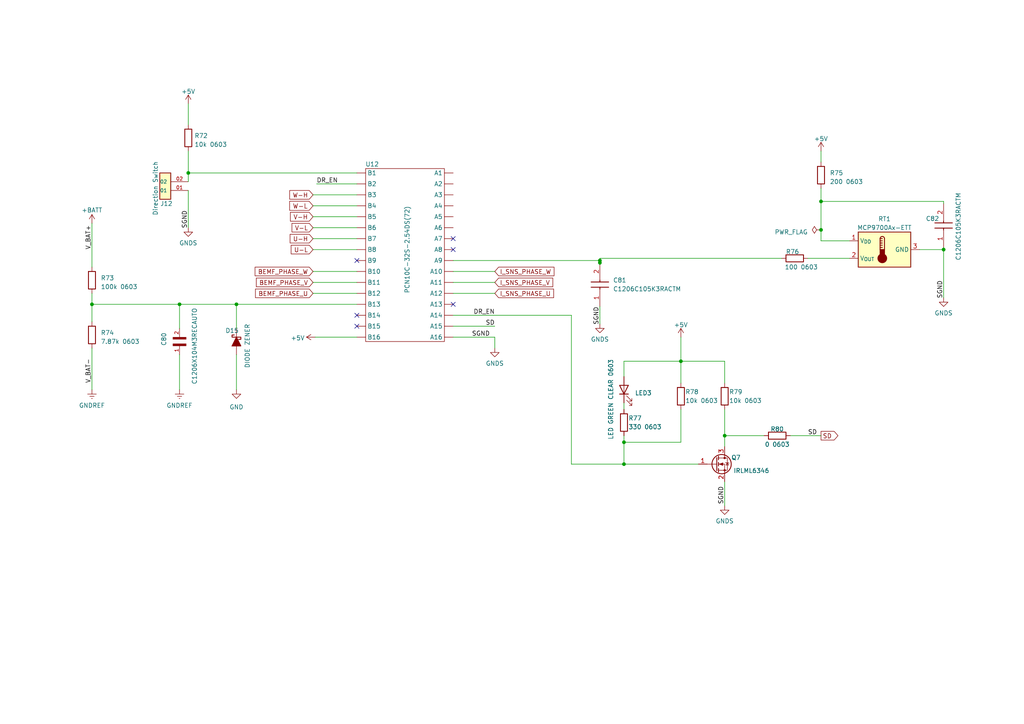
<source format=kicad_sch>
(kicad_sch (version 20231120) (generator "eeschema") (generator_version "8.0")
  (paper "A4")
  (lib_symbols
    (symbol "C1206C105K3RACTM:C1206C105K3RACTM" (pin_names hide)
      (property "Reference" "C" (at 8.89 6.35 0))
      (property "Value" "C1206C105K3RACTM" (at 8.89 3.81 0))
      (symbol "C1206C105K3RACTM_1_1"
        (polyline (pts (xy 5.08 0) (xy 5.588 0)) (stroke (width 0.254)))
        (polyline (pts (xy 5.588 2.54) (xy 5.588 -2.54)) (stroke (width 0.254)))
        (polyline (pts (xy 7.112 0) (xy 7.62 0)) (stroke (width 0.254)))
        (polyline (pts (xy 7.112 2.54) (xy 7.112 -2.54)) (stroke (width 0.254)))
        (pin passive line (at 0 0 0) (length 5.08) (name "1") (number "1"))
        (pin passive line (at 12.7 0 180) (length 5.08) (name "2") (number "2"))
      )
    )
    (symbol "C1206X104M3RECAUTO:C1206X104M3RECAUTO" (pin_names (offset 1.016))
      (property "Reference" "C" (at 0 3.8109 0))
      (property "Value" "C1206X104M3RECAUTO" (at 0 -5.0885 0))
      (symbol "C1206X104M3RECAUTO_0_0"
        (rectangle (start 0 -1.9069) (end 0.635 1.905) (stroke (width 0.1)) (fill (type outline)))
        (rectangle (start 1.9069 -1.9069) (end 2.54 1.905) (stroke (width 0.1)) (fill (type outline)))
        (pin passive line (at -2.54 0 0) (length 2.54) (name "~") (number "1"))
        (pin passive line (at 5.08 0 180) (length 2.54) (name "~") (number "2"))
      )
    )
    (symbol "Device:D_Schottky_Filled" (pin_numbers hide) (pin_names (offset 1.016) hide)
      (property "Reference" "D" (at 0 2.54 0))
      (property "Value" "D_Schottky_Filled" (at 0 -2.54 0))
      (symbol "D_Schottky_Filled_0_1"
        (polyline (pts (xy 1.27 0) (xy -1.27 0)))
        (polyline (pts (xy 1.27 1.27) (xy 1.27 -1.27) (xy -1.27 0) (xy 1.27 1.27)) (stroke (width 0.254)) (fill (type outline)))
        (polyline (pts (xy -1.905 0.635) (xy -1.905 1.27) (xy -1.27 1.27) (xy -1.27 -1.27) (xy -0.635 -1.27) (xy -0.635 -0.635)) (stroke (width 0.254)))
      )
      (symbol "D_Schottky_Filled_1_1"
        (pin passive line (at -3.81 0 0) (length 2.54) (name "K") (number "1"))
        (pin passive line (at 3.81 0 180) (length 2.54) (name "A") (number "2"))
      )
    )
    (symbol "Device:LED" (pin_numbers hide) (pin_names (offset 1.016) hide)
      (property "Reference" "D" (at 0 2.54 0))
      (property "Value" "LED" (at 0 -2.54 0))
      (symbol "LED_0_1"
        (polyline (pts (xy -1.27 -1.27) (xy -1.27 1.27)) (stroke (width 0.254)))
        (polyline (pts (xy -1.27 0) (xy 1.27 0)))
        (polyline (pts (xy 1.27 -1.27) (xy 1.27 1.27) (xy -1.27 0) (xy 1.27 -1.27)) (stroke (width 0.254)))
        (polyline (pts (xy -3.048 -0.762) (xy -4.572 -2.286) (xy -3.81 -2.286) (xy -4.572 -2.286) (xy -4.572 -1.524)))
        (polyline (pts (xy -1.778 -0.762) (xy -3.302 -2.286) (xy -2.54 -2.286) (xy -3.302 -2.286) (xy -3.302 -1.524)))
      )
      (symbol "LED_1_1"
        (pin passive line (at -3.81 0 0) (length 2.54) (name "K") (number "1"))
        (pin passive line (at 3.81 0 180) (length 2.54) (name "A") (number "2"))
      )
    )
    (symbol "Device:R" (pin_numbers hide) (pin_names (offset 0))
      (property "Reference" "R" (at 2.032 0 90))
      (property "Value" "R" (at 0 0 90))
      (symbol "R_0_1"
        (rectangle (start -1.016 -2.54) (end 1.016 2.54) (stroke (width 0.254)))
      )
      (symbol "R_1_1"
        (pin passive line (at 0 3.81 270) (length 1.27) (name "~") (number "1"))
        (pin passive line (at 0 -3.81 90) (length 1.27) (name "~") (number "2"))
      )
    )
    (symbol "PCN10C-32S-2:PCN10C-32S-2.54DS(72)"
      (property "Reference" "U?" (at -9.525 26.035 0))
      (property "Value" "PCN10C-32S-2.54DS(72)" (at 0.889 4.699 90))
      (symbol "PCN10C-32S-2.54DS(72)_0_1"
        (rectangle (start -11.43 24.765) (end 11.43 -25.4))
      )
      (symbol "PCN10C-32S-2.54DS(72)_1_1"
        (pin passive line (at 13.97 23.495 180) (length 2.54) (name "A1") (number ""))
        (pin passive line (at 13.97 -5.08 180) (length 2.54) (name "A10") (number ""))
        (pin passive line (at 13.97 -8.255 180) (length 2.54) (name "A11") (number ""))
        (pin passive line (at 13.97 -11.43 180) (length 2.54) (name "A12") (number ""))
        (pin passive line (at 13.97 -14.605 180) (length 2.54) (name "A13") (number ""))
        (pin passive line (at 13.97 -17.78 180) (length 2.54) (name "A14") (number ""))
        (pin passive line (at 13.97 -20.955 180) (length 2.54) (name "A15") (number ""))
        (pin passive line (at 13.97 -24.13 180) (length 2.54) (name "A16") (number ""))
        (pin passive line (at 13.97 20.32 180) (length 2.54) (name "A2") (number ""))
        (pin passive line (at 13.97 17.145 180) (length 2.54) (name "A3") (number ""))
        (pin passive line (at 13.97 13.97 180) (length 2.54) (name "A4") (number ""))
        (pin passive line (at 13.97 10.795 180) (length 2.54) (name "A5") (number ""))
        (pin passive line (at 13.97 7.62 180) (length 2.54) (name "A6") (number ""))
        (pin passive line (at 13.97 4.445 180) (length 2.54) (name "A7") (number ""))
        (pin passive line (at 13.97 1.27 180) (length 2.54) (name "A8") (number ""))
        (pin passive line (at 13.97 -1.905 180) (length 2.54) (name "A9") (number ""))
        (pin passive line (at -13.97 23.495 0) (length 2.54) (name "B1") (number ""))
        (pin passive line (at -13.97 -5.08 0) (length 2.54) (name "B10") (number ""))
        (pin passive line (at -13.97 -8.255 0) (length 2.54) (name "B11") (number ""))
        (pin passive line (at -13.97 -11.43 0) (length 2.54) (name "B12") (number ""))
        (pin passive line (at -13.97 -14.605 0) (length 2.54) (name "B13") (number ""))
        (pin passive line (at -13.97 -17.78 0) (length 2.54) (name "B14") (number ""))
        (pin passive line (at -13.97 -20.955 0) (length 2.54) (name "B15") (number ""))
        (pin passive line (at -13.97 -24.13 0) (length 2.54) (name "B16") (number ""))
        (pin passive line (at -13.97 20.32 0) (length 2.54) (name "B2") (number ""))
        (pin passive line (at -13.97 17.145 0) (length 2.54) (name "B3") (number ""))
        (pin passive line (at -13.97 13.97 0) (length 2.54) (name "B4") (number ""))
        (pin passive line (at -13.97 10.795 0) (length 2.54) (name "B5") (number ""))
        (pin passive line (at -13.97 7.62 0) (length 2.54) (name "B6") (number ""))
        (pin passive line (at -13.97 4.445 0) (length 2.54) (name "B7") (number ""))
        (pin passive line (at -13.97 1.27 0) (length 2.54) (name "B8") (number ""))
        (pin passive line (at -13.97 -1.905 0) (length 2.54) (name "B9") (number ""))
      )
    )
    (symbol "Sensor_Temperature:MCP9700Ax-ETT"
      (property "Reference" "U?" (at -5.08 6.35 0))
      (property "Value" "MCP9700Ax-ETT" (at 7.62 -6.35 0))
      (symbol "MCP9700Ax-ETT_0_1"
        (rectangle (start -7.62 5.08) (end 7.62 -5.08) (stroke (width 0.254)) (fill (type background)))
        (rectangle (start -1.27 0) (end 0 -1.905) (stroke (width 0.254)) (fill (type outline)))
        (circle (center -0.635 -2.54) (radius 1.27) (stroke (width 0.254)) (fill (type outline)))
        (polyline (pts (xy -1.27 0.635) (xy -0.635 0.635)) (stroke (width 0.254)))
        (polyline (pts (xy -1.27 1.27) (xy -0.635 1.27)) (stroke (width 0.254)))
        (polyline (pts (xy -1.27 1.905) (xy -0.635 1.905)) (stroke (width 0.254)))
        (polyline (pts (xy -1.27 2.54) (xy -0.635 2.54)) (stroke (width 0.254)))
        (polyline (pts (xy -1.27 3.175) (xy -1.27 0)) (stroke (width 0.254)))
        (polyline (pts (xy -1.27 3.175) (xy -0.635 3.175)) (stroke (width 0.254)))
        (polyline (pts (xy 0 3.175) (xy 0 0)) (stroke (width 0.254)))
        (arc (start 0 3.175) (mid -0.635 3.8073) (end -1.27 3.175) (stroke (width 0.254)))
      )
      (symbol "MCP9700Ax-ETT_1_1"
        (pin power_in line (at -10.16 2.54 0) (length 2.54) (name "V_{DD}") (number "1"))
        (pin output line (at -10.16 -2.54 0) (length 2.54) (name "V_{OUT}") (number "2"))
        (pin power_in line (at 10.16 0 180) (length 2.54) (name "GND") (number "3"))
      )
    )
    (symbol "TSW-102-08-L-S:TSW-102-08-L-S" (pin_names (offset 1.016))
      (property "Reference" "J?" (at 0 6.35 0))
      (property "Value" "TSW-102-08-L-S" (at 0 3.81 0))
      (symbol "TSW-102-08-L-S_0_0"
        (rectangle (start -7.62 5.08) (end -4.445 -2.54) (stroke (width 0.254)) (fill (type background)))
        (pin passive line (at -12.7 2.54 0) (length 5.08) (name "01") (number "01"))
        (pin passive line (at -12.7 0 0) (length 5.08) (name "02") (number "02"))
      )
    )
    (symbol "Transistor_FET:IRLML0030" (pin_names hide)
      (property "Reference" "Q" (at 5.08 1.905 0))
      (property "Value" "IRLML0030" (at 5.08 0 0))
      (symbol "IRLML0030_0_1"
        (polyline (pts (xy 0.254 0) (xy -2.54 0)))
        (polyline (pts (xy 0.254 1.905) (xy 0.254 -1.905)) (stroke (width 0.254)))
        (polyline (pts (xy 0.762 -1.27) (xy 0.762 -2.286)) (stroke (width 0.254)))
        (polyline (pts (xy 0.762 0.508) (xy 0.762 -0.508)) (stroke (width 0.254)))
        (polyline (pts (xy 0.762 2.286) (xy 0.762 1.27)) (stroke (width 0.254)))
        (polyline (pts (xy 2.54 2.54) (xy 2.54 1.778)))
        (polyline (pts (xy 2.54 -2.54) (xy 2.54 0) (xy 0.762 0)))
        (polyline (pts (xy 0.762 -1.778) (xy 3.302 -1.778) (xy 3.302 1.778) (xy 0.762 1.778)))
        (polyline (pts (xy 1.016 0) (xy 2.032 0.381) (xy 2.032 -0.381) (xy 1.016 0)) (fill (type outline)))
        (polyline (pts (xy 2.794 0.508) (xy 2.921 0.381) (xy 3.683 0.381) (xy 3.81 0.254)))
        (polyline (pts (xy 3.302 0.381) (xy 2.921 -0.254) (xy 3.683 -0.254) (xy 3.302 0.381)))
        (circle (center 1.651 0) (radius 2.794) (stroke (width 0.254)))
        (circle (center 2.54 -1.778) (radius 0.254) (fill (type outline)))
        (circle (center 2.54 1.778) (radius 0.254) (fill (type outline)))
      )
      (symbol "IRLML0030_1_1"
        (pin input line (at -5.08 0 0) (length 2.54) (name "G") (number "1"))
        (pin passive line (at 2.54 -5.08 90) (length 2.54) (name "S") (number "2"))
        (pin passive line (at 2.54 5.08 270) (length 2.54) (name "D") (number "3"))
      )
    )
    (symbol "power:+5V" (power) (pin_names (offset 0))
      (property "Value" "+5V" (at 0 3.556 0))
      (symbol "+5V_0_1"
        (polyline (pts (xy -0.762 1.27) (xy 0 2.54)))
        (polyline (pts (xy 0 0) (xy 0 2.54)))
        (polyline (pts (xy 0 2.54) (xy 0.762 1.27)))
      )
      (symbol "+5V_1_1"
        (pin power_in line (at 0 0 90) (length 0) hide (name "+5V") (number "1"))
      )
    )
    (symbol "power:+BATT" (power) (pin_names (offset 0))
      (property "Value" "+BATT" (at 0 3.556 0))
      (symbol "+BATT_0_1"
        (polyline (pts (xy -0.762 1.27) (xy 0 2.54)))
        (polyline (pts (xy 0 0) (xy 0 2.54)))
        (polyline (pts (xy 0 2.54) (xy 0.762 1.27)))
      )
      (symbol "+BATT_1_1"
        (pin power_in line (at 0 0 90) (length 0) hide (name "+BATT") (number "1"))
      )
    )
    (symbol "power:GND" (power) (pin_names (offset 0))
      (property "Value" "GND" (at 0 -3.81 0))
      (symbol "GND_0_1"
        (polyline (pts (xy 0 0) (xy 0 -1.27) (xy 1.27 -1.27) (xy 0 -2.54) (xy -1.27 -1.27) (xy 0 -1.27)))
      )
      (symbol "GND_1_1"
        (pin power_in line (at 0 0 270) (length 0) hide (name "GND") (number "1"))
      )
    )
    (symbol "power:GNDREF" (power) (pin_names (offset 0))
      (property "Value" "GNDREF" (at 0 -3.81 0))
      (symbol "GNDREF_0_1"
        (polyline (pts (xy -0.635 -1.905) (xy 0.635 -1.905)))
        (polyline (pts (xy -0.127 -2.54) (xy 0.127 -2.54)))
        (polyline (pts (xy 0 -1.27) (xy 0 0)))
        (polyline (pts (xy 1.27 -1.27) (xy -1.27 -1.27)))
      )
      (symbol "GNDREF_1_1"
        (pin power_in line (at 0 0 270) (length 0) hide (name "GNDREF") (number "1"))
      )
    )
    (symbol "power:GNDS" (power) (pin_names (offset 0))
      (property "Value" "GNDS" (at 0 -3.81 0))
      (symbol "GNDS_0_1"
        (polyline (pts (xy 0 0) (xy 0 -1.27) (xy 1.27 -1.27) (xy 0 -2.54) (xy -1.27 -1.27) (xy 0 -1.27)))
      )
      (symbol "GNDS_1_1"
        (pin power_in line (at 0 0 270) (length 0) hide (name "GNDS") (number "1"))
      )
    )
    (symbol "power:PWR_FLAG" (power) (pin_numbers hide) (pin_names (offset 0) hide)
      (property "Value" "PWR_FLAG" (at 0 3.81 0))
      (symbol "PWR_FLAG_0_0"
        (pin power_out line (at 0 0 90) (length 0) (name "pwr") (number "1"))
      )
      (symbol "PWR_FLAG_0_1"
        (polyline (pts (xy 0 0) (xy 0 1.27) (xy -1.016 1.905) (xy 0 2.54) (xy 1.016 1.905) (xy 0 1.27)))
      )
    )
  )
  (junction (at 273.685 72.39))
  (junction (at 180.975 128.27))
  (junction (at 26.67 88.265))
  (junction (at 238.125 66.675))
  (junction (at 180.975 134.62))
  (junction (at 173.99 75.565))
  (junction (at 238.125 58.42))
  (junction (at 52.07 88.265))
  (junction (at 173.99 76.2))
  (junction (at 197.485 104.775))
  (junction (at 210.185 126.365))
  (junction (at 68.58 88.265))
  (junction (at 54.61 50.165))
  (no_connect (at 131.445 72.39))
  (no_connect (at 131.445 69.215))
  (no_connect (at 103.505 75.565))
  (no_connect (at 131.445 88.265))
  (no_connect (at 103.505 91.44))
  (no_connect (at 103.505 94.615))
  (wire (pts (xy 238.125 58.42) (xy 238.125 54.61)))
  (wire (pts (xy 131.445 78.74) (xy 143.51 78.74)))
  (wire (pts (xy 173.99 76.2) (xy 173.99 75.565)))
  (wire (pts (xy 131.445 91.44) (xy 165.735 91.44)))
  (wire (pts (xy 26.67 64.77) (xy 26.67 77.47)))
  (wire (pts (xy 131.445 81.915) (xy 143.51 81.915)))
  (wire (pts (xy 165.735 91.44) (xy 165.735 134.62)))
  (wire (pts (xy 54.61 50.165) (xy 103.505 50.165)))
  (wire (pts (xy 103.505 81.915) (xy 90.805 81.915)))
  (wire (pts (xy 131.445 97.79) (xy 143.51 97.79)))
  (wire (pts (xy 234.315 74.93) (xy 246.38 74.93)))
  (wire (pts (xy 52.07 88.265) (xy 68.58 88.265)))
  (wire (pts (xy 238.125 43.815) (xy 238.125 46.99)))
  (wire (pts (xy 202.565 134.62) (xy 180.975 134.62)))
  (wire (pts (xy 180.975 116.84) (xy 180.975 118.745)))
  (wire (pts (xy 68.58 88.265) (xy 103.505 88.265)))
  (wire (pts (xy 210.185 126.365) (xy 221.615 126.365)))
  (wire (pts (xy 54.61 50.165) (xy 54.61 43.815)))
  (wire (pts (xy 197.485 128.27) (xy 180.975 128.27)))
  (wire (pts (xy 165.735 134.62) (xy 180.975 134.62)))
  (wire (pts (xy 143.51 97.79) (xy 143.51 100.965)))
  (wire (pts (xy 103.505 59.69) (xy 90.805 59.69)))
  (wire (pts (xy 273.685 58.42) (xy 273.685 59.055)))
  (wire (pts (xy 273.685 72.39) (xy 266.7 72.39)))
  (wire (pts (xy 180.975 128.27) (xy 180.975 134.62)))
  (wire (pts (xy 210.185 118.745) (xy 210.185 126.365)))
  (wire (pts (xy 103.505 85.09) (xy 90.805 85.09)))
  (wire (pts (xy 173.99 74.93) (xy 173.99 75.565)))
  (wire (pts (xy 68.58 88.265) (xy 68.58 95.25)))
  (wire (pts (xy 26.67 85.09) (xy 26.67 88.265)))
  (wire (pts (xy 210.185 104.775) (xy 197.485 104.775)))
  (wire (pts (xy 131.445 94.615) (xy 143.51 94.615)))
  (wire (pts (xy 197.485 104.775) (xy 180.975 104.775)))
  (wire (pts (xy 197.485 97.79) (xy 197.485 104.775)))
  (wire (pts (xy 273.685 71.755) (xy 273.685 72.39)))
  (wire (pts (xy 54.61 55.245) (xy 54.61 66.04)))
  (wire (pts (xy 229.235 126.365) (xy 238.125 126.365)))
  (wire (pts (xy 180.975 104.775) (xy 180.975 109.22)))
  (wire (pts (xy 91.821 53.34) (xy 103.505 53.34)))
  (wire (pts (xy 103.505 66.04) (xy 90.805 66.04)))
  (wire (pts (xy 173.99 88.9) (xy 173.99 93.98)))
  (wire (pts (xy 91.44 97.79) (xy 103.505 97.79)))
  (wire (pts (xy 131.445 75.565) (xy 173.99 75.565)))
  (wire (pts (xy 246.38 69.85) (xy 238.125 69.85)))
  (wire (pts (xy 103.505 78.74) (xy 90.805 78.74)))
  (wire (pts (xy 180.975 126.365) (xy 180.975 128.27)))
  (wire (pts (xy 197.485 118.745) (xy 197.485 128.27)))
  (wire (pts (xy 103.505 56.515) (xy 90.805 56.515)))
  (wire (pts (xy 197.485 111.125) (xy 197.485 104.775)))
  (wire (pts (xy 103.505 72.39) (xy 90.805 72.39)))
  (wire (pts (xy 210.185 139.7) (xy 210.185 146.685)))
  (wire (pts (xy 210.185 111.125) (xy 210.185 104.775)))
  (wire (pts (xy 52.07 88.265) (xy 52.07 95.25)))
  (wire (pts (xy 26.67 100.965) (xy 26.67 113.03)))
  (wire (pts (xy 26.67 88.265) (xy 52.07 88.265)))
  (wire (pts (xy 173.99 76.835) (xy 173.99 76.2)))
  (wire (pts (xy 52.07 102.87) (xy 52.07 113.03)))
  (wire (pts (xy 26.67 88.265) (xy 26.67 93.345)))
  (wire (pts (xy 173.99 74.93) (xy 226.695 74.93)))
  (wire (pts (xy 210.185 126.365) (xy 210.185 129.54)))
  (wire (pts (xy 103.505 69.215) (xy 90.805 69.215)))
  (wire (pts (xy 54.61 30.099) (xy 54.61 36.195)))
  (wire (pts (xy 273.685 72.39) (xy 273.685 86.36)))
  (wire (pts (xy 238.125 66.675) (xy 238.125 58.42)))
  (wire (pts (xy 68.58 102.87) (xy 68.58 113.03)))
  (wire (pts (xy 238.125 58.42) (xy 273.685 58.42)))
  (wire (pts (xy 238.125 69.85) (xy 238.125 66.675)))
  (wire (pts (xy 131.445 85.09) (xy 143.51 85.09)))
  (wire (pts (xy 103.505 62.865) (xy 90.805 62.865)))
  (wire (pts (xy 54.61 50.165) (xy 54.61 52.705)))
  (label "SGND" (at 173.99 88.9 270))
  (label "SGND" (at 210.185 140.97 270))
  (label "V_BAT-" (at 26.67 111.125 90))
  (label "SGND" (at 142.113 97.79 180))
  (label "DR_EN" (at 91.821 53.34 0))
  (label "SD" (at 234.315 126.365 0))
  (label "SGND" (at 273.685 81.28 270))
  (label "SGND" (at 54.61 60.96 270))
  (label "DR_EN" (at 143.51 91.44 180))
  (label "SD" (at 143.51 94.615 180))
  (label "V_BAT+" (at 26.67 72.39 90))
  (global_label "I_SNS_PHASE_W" (shape input) (at 143.51 78.74 0) (property "Intersheetrefs" "${INTERSHEET_REFS}" (effects (hide yes))))
  (global_label "V-H" (shape input) (at 90.805 62.865 180) (effects (font (size 1.3 1.3))) (property "Intersheetrefs" "${INTERSHEET_REFS}" (effects (hide yes))))
  (global_label "W-L" (shape input) (at 90.805 59.69 180) (effects (font (size 1.33 1.33))) (property "Intersheetrefs" "${INTERSHEET_REFS}" (effects (hide yes))))
  (global_label "BEMF_PHASE_V" (shape input) (at 90.805 81.915 180) (property "Intersheetrefs" "${INTERSHEET_REFS}" (effects (hide yes))))
  (global_label "SD" (shape output) (at 238.125 126.365 0) (property "Intersheetrefs" "${INTERSHEET_REFS}" (effects (hide yes))))
  (global_label "BEMF_PHASE_U" (shape input) (at 90.805 85.09 180) (property "Intersheetrefs" "${INTERSHEET_REFS}" (effects (hide yes))))
  (global_label "U-H" (shape input) (at 90.805 69.215 180) (property "Intersheetrefs" "${INTERSHEET_REFS}" (effects (hide yes))))
  (global_label "U-L" (shape input) (at 90.805 72.39 180) (property "Intersheetrefs" "${INTERSHEET_REFS}" (effects (hide yes))))
  (global_label "I_SNS_PHASE_V" (shape input) (at 143.51 81.915 0) (property "Intersheetrefs" "${INTERSHEET_REFS}" (effects (hide yes))))
  (global_label "I_SNS_PHASE_U" (shape input) (at 143.51 85.09 0) (property "Intersheetrefs" "${INTERSHEET_REFS}" (effects (hide yes))))
  (global_label "W-H" (shape input) (at 90.805 56.515 180) (property "Intersheetrefs" "${INTERSHEET_REFS}" (effects (hide yes))))
  (global_label "V-L" (shape input) (at 90.805 66.04 180) (property "Intersheetrefs" "${INTERSHEET_REFS}" (effects (hide yes))))
  (global_label "BEMF_PHASE_W" (shape input) (at 90.805 78.74 180) (property "Intersheetrefs" "${INTERSHEET_REFS}" (effects (hide yes))))
  (symbol (lib_id "Device:LED") (at 180.975 113.03 90) (unit 1)
    (property "Reference" "LED3" (at 184.15 113.9825 90) (effects (justify right)))
    (property "Value" "LED GREEN CLEAR 0603" (at 177.165 104.14 0) (effects (justify right)))
    (property "Footprint" "Misc-Footprints:LED1-4" (effects (hide yes)))
  )
  (symbol (lib_id "PCN10C-32S-2:PCN10C-32S-2.54DS(72)") (at 117.475 73.66 0) (unit 1)
    (property "Reference" "U12" (at 107.95 47.625 0))
    (property "Value" "PCN10C-32S-2.54DS(72)" (at 118.11 72.39 90))
  )
  (symbol (lib_id "Device:D_Schottky_Filled") (at 68.58 99.06 90) (mirror x) (unit 1)
    (property "Reference" "D15" (at 67.31 95.885 90))
    (property "Value" "DIODE ZENER" (at 71.755 100.33 0))
    (property "Footprint" "Misc-Footprints:D15" (effects (hide yes)))
  )
  (symbol (lib_id "power:GNDS") (at 210.185 146.685 0) (unit 1)
    (property "Reference" "#PWR083" (effects (hide yes)))
    (property "Value" "GNDS" (at 210.185 151.13 0))
  )
  (symbol (lib_id "Device:R") (at 225.425 126.365 270) (unit 1)
    (property "Reference" "R80" (at 225.425 124.46 90))
    (property "Value" "0 0603" (at 225.425 128.905 90))
    (property "Footprint" "Resistor-Footprint:R7" (effects (hide yes)))
  )
  (symbol (lib_id "power:GNDS") (at 173.99 93.98 0) (unit 1)
    (property "Reference" "#PWR079" (effects (hide yes)))
    (property "Value" "GNDS" (at 173.99 98.425 0))
  )
  (symbol (lib_id "power:+BATT") (at 26.67 64.77 0) (unit 1)
    (property "Reference" "#PWR077" (effects (hide yes)))
    (property "Value" "+BATT" (at 26.67 60.96 0))
  )
  (symbol (lib_id "power:GNDREF") (at 52.07 113.03 0) (unit 1)
    (property "Reference" "#PWR09" (effects (hide yes)))
    (property "Value" "GNDREF" (at 52.07 117.602 0))
  )
  (symbol (lib_id "power:GNDS") (at 143.51 100.965 0) (unit 1)
    (property "Reference" "#PWR08" (effects (hide yes)))
    (property "Value" "GNDS" (at 143.51 105.41 0))
  )
  (symbol (lib_id "power:GND") (at 68.58 113.03 0) (unit 1)
    (property "Reference" "#PWR011" (effects (hide yes)))
    (property "Value" "GND" (at 68.58 118.0592 0))
  )
  (symbol (lib_id "Device:R") (at 26.67 81.28 0) (unit 1)
    (property "Reference" "R73" (at 29.21 80.645 0) (effects (justify left)))
    (property "Value" "100k 0603" (at 29.21 83.185 0) (effects (justify left)))
    (property "Footprint" "Resistor-Footprint:R73" (effects (hide yes)))
  )
  (symbol (lib_id "Device:R") (at 238.125 50.8 180) (unit 1)
    (property "Reference" "R75" (at 240.665 50.165 0) (effects (justify right)))
    (property "Value" "200 0603" (at 240.665 52.705 0) (effects (justify right)))
  )
  (symbol (lib_id "Device:R") (at 197.485 114.935 180) (unit 1)
    (property "Reference" "R78" (at 198.755 113.665 0) (effects (justify right)))
    (property "Value" "10k 0603" (at 198.755 116.205 0) (effects (justify right)))
  )
  (symbol (lib_id "power:+5V") (at 54.61 30.099 0) (unit 1)
    (property "Reference" "#PWR06" (effects (hide yes)))
    (property "Value" "+5V" (at 54.61 26.543 0))
  )
  (symbol (lib_id "C1206C105K3RACTM:C1206C105K3RACTM") (at 273.685 71.755 90) (unit 1)
    (property "Reference" "C82" (at 272.415 64.135 90) (effects (justify left top)))
    (property "Value" "C1206C105K3RACTM" (at 277.241 75.565 0) (effects (justify left top)))
    (property "Footprint" "Kap-1206-Footprints:C72" (effects (hide yes)))
    (property "Datasheet" "https://content.kemet.com/datasheets/KEM_C1002_X7R_SMD.pdf" (effects (hide yes)))
    (property "Description" "SMD Comm X7R, Ceramic, 1 uF, 10%, 25 VDC, 62.5 VDC, 125C, -55C, X7R, SMD, MLCC, Temperature Stable, Class II, 3.5 % , 500 MOhms, 31 mg, 1206, 3.2mm, 1.6mm, 1.2mm, 0.5mm, 2500, 78  Weeks, 80" (effects (hide yes)))
    (property "Mouser Part Number" "80-C1206C105K3RACTM" (effects (hide yes)))
    (property "Mouser Price/Stock" "https://www.mouser.co.uk/ProductDetail/KEMET/C1206C105K3RACTM?qs=ED%252B2xvMfDz3XPPQCqty55A%3D%3D" (effects (hide yes)))
    (property "Manufacturer_Name" "KEMET" (effects (hide yes)))
    (property "Manufacturer_Part_Number" "C1206C105K3RACTM" (effects (hide yes)))
  )
  (symbol (lib_id "power:+5V") (at 197.485 97.79 0) (unit 1)
    (property "Reference" "#PWR082" (effects (hide yes)))
    (property "Value" "+5V" (at 197.485 94.234 0))
  )
  (symbol (lib_id "power:PWR_FLAG") (at 238.125 66.675 90) (unit 1)
    (property "Reference" "#FLG016" (effects (hide yes)))
    (property "Value" "PWR_FLAG" (at 234.315 67.31 90) (effects (justify left)))
  )
  (symbol (lib_id "Device:R") (at 26.67 97.155 0) (unit 1)
    (property "Reference" "R74" (at 29.21 96.52 0) (effects (justify left)))
    (property "Value" "7.87k 0603" (at 29.21 99.06 0) (effects (justify left)))
  )
  (symbol (lib_id "C1206X104M3RECAUTO:C1206X104M3RECAUTO") (at 52.07 100.33 90) (unit 1)
    (property "Reference" "C80" (at 48.2591 100.33 0) (effects (justify left bottom)))
    (property "Value" "C1206X104M3RECAUTO" (at 57.15 111.506 0) (effects (justify left bottom)))
    (property "Footprint" "Kap-1206-Footprints:C15" (effects (hide yes)))
  )
  (symbol (lib_id "power:+5V") (at 238.125 43.815 0) (unit 1)
    (property "Reference" "#PWR080" (effects (hide yes)))
    (property "Value" "+5V" (at 238.125 40.259 0))
  )
  (symbol (lib_id "Device:R") (at 180.975 122.555 180) (unit 1)
    (property "Reference" "R77" (at 182.245 121.285 0) (effects (justify right)))
    (property "Value" "330 0603" (at 182.245 123.825 0) (effects (justify right)))
  )
  (symbol (lib_id "Transistor_FET:IRLML0030") (at 207.645 134.62 0) (unit 1)
    (property "Reference" "Q7" (at 212.09 132.715 0) (effects (justify left)))
    (property "Value" "IRLML6346" (at 212.725 136.525 0) (effects (justify left)))
    (property "Footprint" "infineon-library-footprints:IRLML6346TRPBF" (effects (hide yes)))
    (property "Datasheet" "https://www.infineon.com/dgdl/irlml0030pbf.pdf?fileId=5546d462533600a401535664773825df" (effects (hide yes)))
  )
  (symbol (lib_id "TSW-102-08-L-S:TSW-102-08-L-S") (at 41.91 52.705 180) (unit 1)
    (property "Reference" "J12" (at 48.26 59.055 0))
    (property "Value" "Direction Switch" (at 45.085 54.61 90))
    (property "Footprint" "Misc-Footprints:J12" (effects (hide yes)))
    (property "PARTREV" "R" (effects (hide yes)))
    (property "STANDARD" "Manufacturer Recommendations" (effects (hide yes)))
    (property "MANUFACTURER" "Samtec Inc." (effects (hide yes)))
  )
  (symbol (lib_id "power:GNDS") (at 273.685 86.36 0) (unit 1)
    (property "Reference" "#PWR081" (effects (hide yes)))
    (property "Value" "GNDS" (at 273.685 90.805 0))
  )
  (symbol (lib_id "Device:R") (at 54.61 40.005 0) (unit 1)
    (property "Reference" "R72" (at 56.388 39.37 0) (effects (justify left)))
    (property "Value" "10k 0603" (at 56.388 41.91 0) (effects (justify left)))
    (property "Footprint" "Resistor-Footprint:R72" (effects (hide yes)))
  )
  (symbol (lib_id "Device:R") (at 230.505 74.93 90) (unit 1)
    (property "Reference" "R76" (at 229.87 73.025 90))
    (property "Value" "100 0603" (at 232.41 77.47 90))
  )
  (symbol (lib_id "Device:R") (at 210.185 114.935 180) (unit 1)
    (property "Reference" "R79" (at 211.455 113.665 0) (effects (justify right)))
    (property "Value" "10k 0603" (at 211.455 116.205 0) (effects (justify right)))
  )
  (symbol (lib_id "power:+5V") (at 91.44 97.79 90) (unit 1)
    (property "Reference" "#PWR010" (effects (hide yes)))
    (property "Value" "+5V" (at 88.392 98.044 90) (effects (justify left)))
  )
  (symbol (lib_id "power:GNDREF") (at 26.67 113.03 0) (unit 1)
    (property "Reference" "#PWR07" (effects (hide yes)))
    (property "Value" "GNDREF" (at 26.67 117.602 0))
  )
  (symbol (lib_id "Sensor_Temperature:MCP9700Ax-ETT") (at 256.54 72.39 0) (unit 1)
    (property "Reference" "RT1" (at 256.54 63.5 0))
    (property "Value" "MCP9700Ax-ETT" (at 256.54 66.04 0))
    (property "Footprint" "infineon-library-footprints:MCP9700AT_E_TT" (effects (hide yes)))
    (property "Datasheet" "http://ww1.microchip.com/downloads/en/devicedoc/20001942g.pdf" (effects (hide yes)))
  )
  (symbol (lib_id "power:GNDS") (at 54.61 66.04 0) (unit 1)
    (property "Reference" "#PWR078" (effects (hide yes)))
    (property "Value" "GNDS" (at 54.61 70.485 0))
  )
  (symbol (lib_id "C1206C105K3RACTM:C1206C105K3RACTM") (at 173.99 88.9 90) (unit 1)
    (property "Reference" "C81" (at 177.8 81.2799 90) (effects (justify right)))
    (property "Value" "C1206C105K3RACTM" (at 177.8 83.8199 90) (effects (justify right)))
    (property "Footprint" "Kap-1206-Footprints:C72" (effects (hide yes)))
    (property "Datasheet" "https://content.kemet.com/datasheets/KEM_C1002_X7R_SMD.pdf" (effects (hide yes)))
    (property "Description" "SMD Comm X7R, Ceramic, 1 uF, 10%, 25 VDC, 62.5 VDC, 125C, -55C, X7R, SMD, MLCC, Temperature Stable, Class II, 3.5 % , 500 MOhms, 31 mg, 1206, 3.2mm, 1.6mm, 1.2mm, 0.5mm, 2500, 78  Weeks, 80" (effects (hide yes)))
    (property "Mouser Part Number" "80-C1206C105K3RACTM" (effects (hide yes)))
    (property "Mouser Price/Stock" "https://www.mouser.co.uk/ProductDetail/KEMET/C1206C105K3RACTM?qs=ED%252B2xvMfDz3XPPQCqty55A%3D%3D" (effects (hide yes)))
    (property "Manufacturer_Name" "KEMET" (effects (hide yes)))
    (property "Manufacturer_Part_Number" "C1206C105K3RACTM" (effects (hide yes)))
  )
)
</source>
